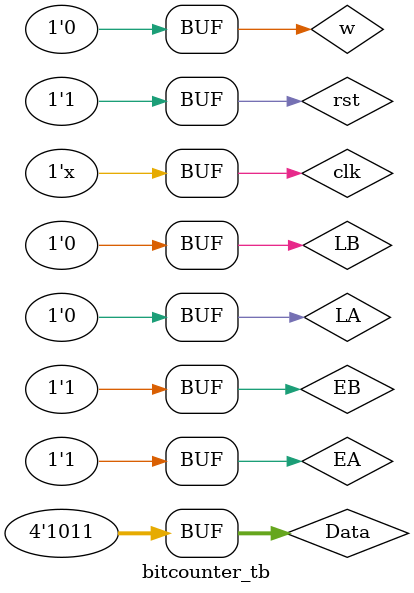
<source format=v>
module bitcounter_tb();
reg [3:0] Data;
reg clk, rst, LA, LB, EA, EB, w;
wire a0, z;
wire [3:0] A;
wire [2:0] B; 
bit_counter mybitcount(w, LA, EA, clk, Data, rst, A, B, LB, EB, z, a0);

always #3 clk = ~clk; // clk은 3 단위로 바뀌게 설정함
initial begin
clk = 0; rst = 1; w = 0; Data = 4'b1011; LA = 4'b0000; EB = 0; EA = 0; // 리셋은 초기 1로 설정해놓고 Data를 7로 설정해놓고 1이 3개인 출력값을 확인하도록 함
#5 LB = 0; EB = 0; 
#20 rst = 0; // 리셋이 0이 될 때의 값 변화 확인
#10 rst = 1; // 다시 리셋을 1로 만들고 정상 진행
#10 LA = 1; EA = 1; 
#5 EB = 1; 
#10 LA = 0;
end
endmodule

</source>
